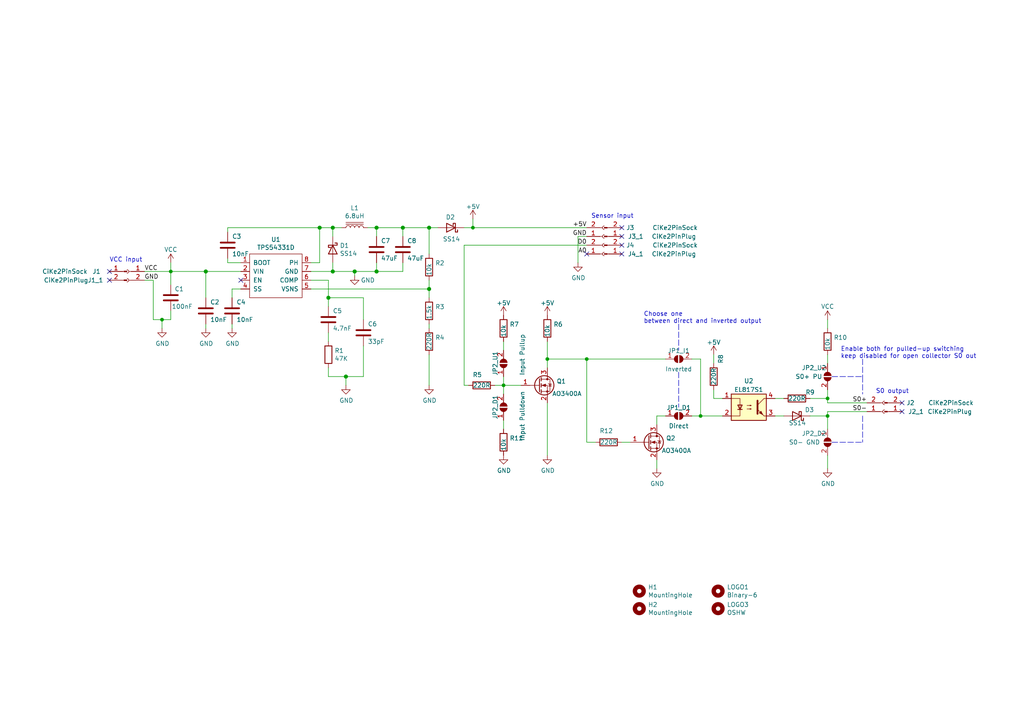
<source format=kicad_sch>
(kicad_sch (version 20210406) (generator eeschema)
  (paper "A4")
  (title_block (title "LasS0") (date "2021-06-03") (rev "v0.1"))
  (lib_symbols
    (symbol "Connector:Conn_01x02_Female" (pin_names (offset 1.016) hide)
      (property "Reference" "J" (at 0 2.54 0))
      (property "Value" "Conn_01x02_Female" (at 0 -5.08 0))
      (symbol "Conn_01x02_Female_1_1"
        (arc (start 0 -2.032) (end 0 -3.048) (radius (at 0 -2.54) (length 0.508) (angles 90.1 -90.1)) (stroke (width 0.1524)))
        (arc (start 0 0.508) (end 0 -0.508) (radius (at 0 0) (length 0.508) (angles 90.1 -90.1)) (stroke (width 0.1524)))
        (polyline (pts (xy -1.27 -2.54) (xy -0.508 -2.54)) (stroke (width 0.1524)))
        (polyline (pts (xy -1.27 0) (xy -0.508 0)) (stroke (width 0.1524)))
        (pin passive line (at -5.08 0 0) (length 3.81) (name "Pin_1") (number "1"))
        (pin passive line (at -5.08 -2.54 0) (length 3.81) (name "Pin_2") (number "2"))
      )
    )
    (symbol "Connector:Conn_01x02_Male" (pin_names (offset 1.016) hide)
      (property "Reference" "J" (at 0 2.54 0))
      (property "Value" "Conn_01x02_Male" (at 0 -5.08 0))
      (symbol "Conn_01x02_Male_1_1"
        (rectangle (start 0.8636 -2.413) (end 0 -2.667) (stroke (width 0.1524)) (fill (type outline)))
        (rectangle (start 0.8636 0.127) (end 0 -0.127) (stroke (width 0.1524)) (fill (type outline)))
        (polyline (pts (xy 1.27 -2.54) (xy 0.8636 -2.54)) (stroke (width 0.1524)))
        (polyline (pts (xy 1.27 0) (xy 0.8636 0)) (stroke (width 0.1524)))
        (pin passive line (at 5.08 0 180) (length 3.81) (name "Pin_1") (number "1"))
        (pin passive line (at 5.08 -2.54 180) (length 3.81) (name "Pin_2") (number "2"))
      )
    )
    (symbol "Device:C" (pin_numbers hide) (pin_names (offset 0.254))
      (property "Reference" "C" (at 0.635 2.54 0))
      (property "Value" "C" (at 0.635 -2.54 0))
      (symbol "C_0_1"
        (polyline (pts (xy -2.032 -0.762) (xy 2.032 -0.762)) (stroke (width 0.508)))
        (polyline (pts (xy -2.032 0.762) (xy 2.032 0.762)) (stroke (width 0.508)))
      )
      (symbol "C_1_1"
        (pin passive line (at 0 3.81 270) (length 2.794) (name "~") (number "1"))
        (pin passive line (at 0 -3.81 90) (length 2.794) (name "~") (number "2"))
      )
    )
    (symbol "Device:L_Iron" (pin_numbers hide) (pin_names (offset 1.016) hide)
      (property "Reference" "L" (at -1.27 0 90))
      (property "Value" "L_Iron" (at 2.794 0 90))
      (symbol "L_Iron_0_1"
        (arc (start 0 -2.54) (end 0 -1.27) (radius (at 0 -1.905) (length 0.635) (angles -89.9 89.9)))
        (arc (start 0 -1.27) (end 0 0) (radius (at 0 -0.635) (length 0.635) (angles -89.9 89.9)))
        (arc (start 0 0) (end 0 1.27) (radius (at 0 0.635) (length 0.635) (angles -89.9 89.9)))
        (arc (start 0 1.27) (end 0 2.54) (radius (at 0 1.905) (length 0.635) (angles -89.9 89.9)))
        (polyline (pts (xy 1.016 2.54) (xy 1.016 -2.54)))
        (polyline (pts (xy 1.524 -2.54) (xy 1.524 2.54)))
      )
      (symbol "L_Iron_1_1"
        (pin passive line (at 0 3.81 270) (length 1.27) (name "1") (number "1"))
        (pin passive line (at 0 -3.81 90) (length 1.27) (name "2") (number "2"))
      )
    )
    (symbol "Device:R" (pin_numbers hide) (pin_names (offset 0))
      (property "Reference" "R" (at 2.032 0 90))
      (property "Value" "R" (at 0 0 90))
      (symbol "R_0_1"
        (rectangle (start -1.016 -2.54) (end 1.016 2.54) (stroke (width 0.254)))
      )
      (symbol "R_1_1"
        (pin passive line (at 0 3.81 270) (length 1.27) (name "~") (number "1"))
        (pin passive line (at 0 -3.81 90) (length 1.27) (name "~") (number "2"))
      )
    )
    (symbol "Isolator:LTV-817S" (pin_names (offset 1.016))
      (property "Reference" "U" (at -3.81 5.08 0))
      (property "Value" "LTV-817S" (at 0 -5.08 0))
      (symbol "LTV-817S_1_1"
        (rectangle (start -5.08 3.81) (end 5.08 -3.81) (stroke (width 0.254)) (fill (type background)))
        (polyline (pts (xy -3.175 -0.635) (xy -1.905 -0.635)) (stroke (width 0.254)))
        (polyline (pts (xy 2.54 0.635) (xy 4.445 2.54)))
        (polyline (pts (xy 4.445 -2.54) (xy 5.08 -2.54)))
        (polyline (pts (xy 4.445 2.54) (xy 5.08 2.54)))
        (polyline (pts (xy -5.08 2.54) (xy -2.54 2.54) (xy -2.54 -0.762)))
        (polyline (pts (xy -2.54 -0.635) (xy -2.54 -2.54) (xy -5.08 -2.54)))
        (polyline (pts (xy 2.54 1.905) (xy 2.54 -1.905) (xy 2.54 -1.905)) (stroke (width 0.508)))
        (polyline (pts (xy -2.54 -0.635) (xy -3.175 0.635) (xy -1.905 0.635) (xy -2.54 -0.635)) (stroke (width 0.254)))
        (polyline (pts (xy -0.508 -0.508) (xy 0.762 -0.508) (xy 0.381 -0.635) (xy 0.381 -0.381) (xy 0.762 -0.508)))
        (polyline (pts (xy -0.508 0.508) (xy 0.762 0.508) (xy 0.381 0.381) (xy 0.381 0.635) (xy 0.762 0.508)))
        (polyline (pts (xy 4.445 -2.54) (xy 2.54 -0.635)) (fill (type outline)))
        (polyline (pts (xy 3.048 -1.651) (xy 3.556 -1.143) (xy 4.064 -2.159) (xy 3.048 -1.651) (xy 3.048 -1.651)) (fill (type outline)))
        (pin passive line (at -7.62 2.54 0) (length 2.54) (name "~") (number "1"))
        (pin passive line (at -7.62 -2.54 0) (length 2.54) (name "~") (number "2"))
        (pin passive line (at 7.62 -2.54 180) (length 2.54) (name "~") (number "3"))
        (pin passive line (at 7.62 2.54 180) (length 2.54) (name "~") (number "4"))
      )
    )
    (symbol "Jumper:SolderJumper_2_Open" (pin_names (offset 0) hide)
      (property "Reference" "JP" (at 0 2.032 0))
      (property "Value" "SolderJumper_2_Open" (at 0 -2.54 0))
      (symbol "SolderJumper_2_Open_0_1"
        (arc (start -0.254 1.016) (end -0.254 -1.016) (radius (at -0.254 0) (length 1.016) (angles 90.1 -90.1)))
        (arc (start 0.254 -1.016) (end 0.254 1.016) (radius (at 0.254 0) (length 1.016) (angles -89.9 89.9)))
        (arc (start -0.254 1.016) (end -0.254 -1.016) (radius (at -0.254 0) (length 1.016) (angles 90.1 -90.1)) (fill (type outline)))
        (arc (start 0.254 -1.016) (end 0.254 1.016) (radius (at 0.254 0) (length 1.016) (angles -89.9 89.9)) (fill (type outline)))
        (polyline (pts (xy -0.254 1.016) (xy -0.254 -1.016)))
        (polyline (pts (xy 0.254 1.016) (xy 0.254 -1.016)))
      )
      (symbol "SolderJumper_2_Open_1_1"
        (pin passive line (at -3.81 0 0) (length 2.54) (name "A") (number "1"))
        (pin passive line (at 3.81 0 180) (length 2.54) (name "B") (number "2"))
      )
    )
    (symbol "Mechanical:MountingHole" (pin_names (offset 1.016))
      (property "Reference" "H" (at 0 5.08 0))
      (property "Value" "MountingHole" (at 0 3.175 0))
      (symbol "MountingHole_0_1"
        (circle (center 0 0) (radius 1.27) (stroke (width 1.27)))
      )
    )
    (symbol "MeineBibli:SS14" (pin_numbers hide) (pin_names (offset 1.016) hide)
      (property "Reference" "D" (at 0 2.54 0))
      (property "Value" "SS14" (at 0 -2.54 0))
      (symbol "SS14_0_1"
        (polyline (pts (xy 1.27 0) (xy -1.27 0)))
        (polyline (pts (xy 1.27 1.27) (xy 1.27 -1.27) (xy -1.27 0) (xy 1.27 1.27)) (stroke (width 0.254)))
        (polyline (pts (xy -1.905 0.635) (xy -1.905 1.27) (xy -1.27 1.27) (xy -1.27 -1.27) (xy -0.635 -1.27) (xy -0.635 -0.635)) (stroke (width 0.254)))
      )
      (symbol "SS14_1_1"
        (pin passive line (at -3.81 0 0) (length 2.54) (name "K") (number "1"))
        (pin passive line (at 3.81 0 180) (length 2.54) (name "A") (number "2"))
      )
    )
    (symbol "MeineBibli:TPS54331D" (pin_names (offset 1.016))
      (property "Reference" "U" (at 0 10.16 0))
      (property "Value" "TPS54331D" (at 0 7.62 0))
      (property "LCSC" "C9865" (at 0 0 0))
      (symbol "TPS54331D_0_0"
        (pin input line (at -10.16 3.81 0) (length 2.54) (name "BOOT") (number "1"))
        (pin passive line (at -10.16 1.27 0) (length 2.54) (name "VIN") (number "2"))
        (pin input line (at -10.16 -1.27 0) (length 2.54) (name "EN") (number "3"))
        (pin input line (at -10.16 -3.81 0) (length 2.54) (name "SS") (number "4"))
        (pin input line (at 10.16 -3.81 180) (length 2.54) (name "VSNS") (number "5"))
        (pin input line (at 10.16 -1.27 180) (length 2.54) (name "COMP") (number "6"))
        (pin passive line (at 10.16 1.27 180) (length 2.54) (name "GND") (number "7"))
        (pin output line (at 10.16 3.81 180) (length 2.54) (name "PH") (number "8"))
      )
      (symbol "TPS54331D_0_1"
        (rectangle (start -7.62 6.35) (end 7.62 -6.35))
      )
    )
    (symbol "Transistor_FET:AO3400A" (pin_names hide)
      (property "Reference" "Q" (at 5.08 1.905 0))
      (property "Value" "AO3400A" (at 5.08 0 0))
      (symbol "AO3400A_0_1"
        (circle (center 1.651 0) (radius 2.794) (stroke (width 0.254)))
        (circle (center 2.54 -1.778) (radius 0.254) (fill (type outline)))
        (circle (center 2.54 1.778) (radius 0.254) (fill (type outline)))
        (polyline (pts (xy 0.254 0) (xy -2.54 0)))
        (polyline (pts (xy 0.254 1.905) (xy 0.254 -1.905)) (stroke (width 0.254)))
        (polyline (pts (xy 0.762 -1.27) (xy 0.762 -2.286)) (stroke (width 0.254)))
        (polyline (pts (xy 0.762 0.508) (xy 0.762 -0.508)) (stroke (width 0.254)))
        (polyline (pts (xy 0.762 2.286) (xy 0.762 1.27)) (stroke (width 0.254)))
        (polyline (pts (xy 2.54 2.54) (xy 2.54 1.778)))
        (polyline (pts (xy 2.54 -2.54) (xy 2.54 0) (xy 0.762 0)))
        (polyline (pts (xy 0.762 -1.778) (xy 3.302 -1.778) (xy 3.302 1.778) (xy 0.762 1.778)))
        (polyline (pts (xy 2.794 0.508) (xy 2.921 0.381) (xy 3.683 0.381) (xy 3.81 0.254)))
        (polyline (pts (xy 3.302 0.381) (xy 2.921 -0.254) (xy 3.683 -0.254) (xy 3.302 0.381)))
        (polyline (pts (xy 1.016 0) (xy 2.032 0.381) (xy 2.032 -0.381) (xy 1.016 0)) (fill (type outline)))
      )
      (symbol "AO3400A_1_1"
        (pin input line (at -5.08 0 0) (length 2.54) (name "G") (number "1"))
        (pin passive line (at 2.54 -5.08 90) (length 2.54) (name "S") (number "2"))
        (pin passive line (at 2.54 5.08 270) (length 2.54) (name "D") (number "3"))
      )
    )
    (symbol "power:+5V" (power) (pin_names (offset 0))
      (property "Value" "+5V" (at 0 3.556 0))
      (symbol "+5V_0_1"
        (polyline (pts (xy -0.762 1.27) (xy 0 2.54)))
        (polyline (pts (xy 0 0) (xy 0 2.54)))
        (polyline (pts (xy 0 2.54) (xy 0.762 1.27)))
      )
      (symbol "+5V_1_1"
        (pin power_in line (at 0 0 90) (length 0) hide (name "+5V") (number "1"))
      )
    )
    (symbol "power:GND" (power) (pin_names (offset 0))
      (property "Value" "GND" (at 0 -3.81 0))
      (symbol "GND_0_1"
        (polyline (pts (xy 0 0) (xy 0 -1.27) (xy 1.27 -1.27) (xy 0 -2.54) (xy -1.27 -1.27) (xy 0 -1.27)))
      )
      (symbol "GND_1_1"
        (pin power_in line (at 0 0 270) (length 0) hide (name "GND") (number "1"))
      )
    )
    (symbol "power:VCC" (power) (pin_names (offset 0))
      (property "Value" "VCC" (at 0 3.81 0))
      (symbol "VCC_0_1"
        (polyline (pts (xy -0.762 1.27) (xy 0 2.54)))
        (polyline (pts (xy 0 0) (xy 0 2.54)))
        (polyline (pts (xy 0 2.54) (xy 0.762 1.27)))
      )
      (symbol "VCC_1_1"
        (pin power_in line (at 0 0 90) (length 0) hide (name "VCC") (number "1"))
      )
    )
  )
  (junction (at 46.99 92.71) (diameter 0.9144))
  (junction (at 49.53 78.74) (diameter 0.9144))
  (junction (at 59.69 78.74) (diameter 1.016))
  (junction (at 92.71 66.04) (diameter 1.016))
  (junction (at 95.25 86.36) (diameter 1.016))
  (junction (at 96.52 66.04) (diameter 1.016))
  (junction (at 96.52 78.74) (diameter 1.016))
  (junction (at 100.33 109.22) (diameter 1.016))
  (junction (at 102.87 78.74) (diameter 1.016))
  (junction (at 109.22 66.04) (diameter 1.016))
  (junction (at 109.22 78.74) (diameter 1.016))
  (junction (at 116.84 66.04) (diameter 1.016))
  (junction (at 124.46 66.04) (diameter 1.016))
  (junction (at 124.46 83.82) (diameter 1.016))
  (junction (at 137.16 66.04) (diameter 0.9144))
  (junction (at 146.05 111.76) (diameter 0.9144))
  (junction (at 158.75 104.14) (diameter 0.9144))
  (junction (at 170.18 104.14) (diameter 0.9144))
  (junction (at 203.2 120.65) (diameter 0.9144))
  (junction (at 240.03 115.57) (diameter 0.9144))
  (junction (at 240.03 120.65) (diameter 0.9144))
  (no_connect (at 31.75 78.74))
  (no_connect (at 31.75 81.28))
  (no_connect (at 69.85 81.28))
  (no_connect (at 170.18 73.66))
  (no_connect (at 180.34 66.04))
  (no_connect (at 180.34 68.58))
  (no_connect (at 180.34 71.12))
  (no_connect (at 180.34 73.66))
  (no_connect (at 261.62 116.84))
  (no_connect (at 261.62 119.38))
  (wire (pts (xy 41.91 78.74) (xy 49.53 78.74)))
  (wire (pts (xy 41.91 81.28) (xy 44.45 81.28)))
  (wire (pts (xy 44.45 81.28) (xy 44.45 92.71)))
  (wire (pts (xy 46.99 92.71) (xy 44.45 92.71)))
  (wire (pts (xy 46.99 92.71) (xy 49.53 92.71)))
  (wire (pts (xy 46.99 95.25) (xy 46.99 92.71)))
  (wire (pts (xy 49.53 76.2) (xy 49.53 78.74)))
  (wire (pts (xy 49.53 78.74) (xy 49.53 82.55)))
  (wire (pts (xy 49.53 78.74) (xy 59.69 78.74)))
  (wire (pts (xy 49.53 90.17) (xy 49.53 92.71)))
  (wire (pts (xy 59.69 78.74) (xy 59.69 86.36)))
  (wire (pts (xy 59.69 93.98) (xy 59.69 95.25)))
  (wire (pts (xy 66.04 66.04) (xy 66.04 67.31)))
  (wire (pts (xy 66.04 66.04) (xy 92.71 66.04)))
  (wire (pts (xy 66.04 76.2) (xy 66.04 74.93)))
  (wire (pts (xy 67.31 83.82) (xy 67.31 86.36)))
  (wire (pts (xy 67.31 93.98) (xy 67.31 95.25)))
  (wire (pts (xy 69.85 76.2) (xy 66.04 76.2)))
  (wire (pts (xy 69.85 78.74) (xy 59.69 78.74)))
  (wire (pts (xy 69.85 83.82) (xy 67.31 83.82)))
  (wire (pts (xy 90.17 76.2) (xy 92.71 76.2)))
  (wire (pts (xy 90.17 78.74) (xy 96.52 78.74)))
  (wire (pts (xy 90.17 81.28) (xy 95.25 81.28)))
  (wire (pts (xy 90.17 83.82) (xy 124.46 83.82)))
  (wire (pts (xy 92.71 66.04) (xy 92.71 76.2)))
  (wire (pts (xy 95.25 81.28) (xy 95.25 86.36)))
  (wire (pts (xy 95.25 86.36) (xy 95.25 88.9)))
  (wire (pts (xy 95.25 86.36) (xy 105.41 86.36)))
  (wire (pts (xy 95.25 96.52) (xy 95.25 99.06)))
  (wire (pts (xy 95.25 106.68) (xy 95.25 109.22)))
  (wire (pts (xy 95.25 109.22) (xy 100.33 109.22)))
  (wire (pts (xy 96.52 66.04) (xy 92.71 66.04)))
  (wire (pts (xy 96.52 66.04) (xy 96.52 68.58)))
  (wire (pts (xy 96.52 66.04) (xy 99.06 66.04)))
  (wire (pts (xy 96.52 78.74) (xy 96.52 76.2)))
  (wire (pts (xy 96.52 78.74) (xy 102.87 78.74)))
  (wire (pts (xy 100.33 109.22) (xy 105.41 109.22)))
  (wire (pts (xy 100.33 111.76) (xy 100.33 109.22)))
  (wire (pts (xy 102.87 78.74) (xy 109.22 78.74)))
  (wire (pts (xy 102.87 80.01) (xy 102.87 78.74)))
  (wire (pts (xy 105.41 86.36) (xy 105.41 92.71)))
  (wire (pts (xy 105.41 109.22) (xy 105.41 100.33)))
  (wire (pts (xy 106.68 66.04) (xy 109.22 66.04)))
  (wire (pts (xy 109.22 66.04) (xy 109.22 68.58)))
  (wire (pts (xy 109.22 66.04) (xy 116.84 66.04)))
  (wire (pts (xy 109.22 78.74) (xy 109.22 76.2)))
  (wire (pts (xy 116.84 66.04) (xy 116.84 68.58)))
  (wire (pts (xy 116.84 66.04) (xy 124.46 66.04)))
  (wire (pts (xy 116.84 76.2) (xy 116.84 78.74)))
  (wire (pts (xy 116.84 78.74) (xy 109.22 78.74)))
  (wire (pts (xy 124.46 66.04) (xy 127 66.04)))
  (wire (pts (xy 124.46 73.66) (xy 124.46 66.04)))
  (wire (pts (xy 124.46 83.82) (xy 124.46 81.28)))
  (wire (pts (xy 124.46 86.36) (xy 124.46 83.82)))
  (wire (pts (xy 124.46 93.98) (xy 124.46 95.25)))
  (wire (pts (xy 124.46 102.87) (xy 124.46 111.76)))
  (wire (pts (xy 134.62 66.04) (xy 137.16 66.04)))
  (wire (pts (xy 134.62 71.12) (xy 134.62 111.76)))
  (wire (pts (xy 134.62 71.12) (xy 170.18 71.12)))
  (wire (pts (xy 134.62 111.76) (xy 135.89 111.76)))
  (wire (pts (xy 137.16 63.5) (xy 137.16 66.04)))
  (wire (pts (xy 137.16 66.04) (xy 170.18 66.04)))
  (wire (pts (xy 143.51 111.76) (xy 146.05 111.76)))
  (wire (pts (xy 146.05 99.06) (xy 146.05 101.6)))
  (wire (pts (xy 146.05 109.22) (xy 146.05 111.76)))
  (wire (pts (xy 146.05 111.76) (xy 146.05 114.3)))
  (wire (pts (xy 146.05 111.76) (xy 151.13 111.76)))
  (wire (pts (xy 146.05 121.92) (xy 146.05 124.46)))
  (wire (pts (xy 158.75 99.06) (xy 158.75 104.14)))
  (wire (pts (xy 158.75 104.14) (xy 158.75 106.68)))
  (wire (pts (xy 158.75 104.14) (xy 170.18 104.14)))
  (wire (pts (xy 158.75 116.84) (xy 158.75 132.08)))
  (wire (pts (xy 167.64 68.58) (xy 167.64 76.2)))
  (wire (pts (xy 170.18 68.58) (xy 167.64 68.58)))
  (wire (pts (xy 170.18 104.14) (xy 170.18 128.27)))
  (wire (pts (xy 170.18 104.14) (xy 193.04 104.14)))
  (wire (pts (xy 170.18 128.27) (xy 172.72 128.27)))
  (wire (pts (xy 180.34 128.27) (xy 182.88 128.27)))
  (wire (pts (xy 190.5 120.65) (xy 193.04 120.65)))
  (wire (pts (xy 190.5 123.19) (xy 190.5 120.65)))
  (wire (pts (xy 190.5 133.35) (xy 190.5 135.89)))
  (wire (pts (xy 200.66 104.14) (xy 203.2 104.14)))
  (wire (pts (xy 200.66 120.65) (xy 203.2 120.65)))
  (wire (pts (xy 203.2 104.14) (xy 203.2 120.65)))
  (wire (pts (xy 203.2 120.65) (xy 209.55 120.65)))
  (wire (pts (xy 207.01 102.87) (xy 207.01 105.41)))
  (wire (pts (xy 207.01 113.03) (xy 207.01 115.57)))
  (wire (pts (xy 207.01 115.57) (xy 209.55 115.57)))
  (wire (pts (xy 224.79 115.57) (xy 227.33 115.57)))
  (wire (pts (xy 224.79 120.65) (xy 227.33 120.65)))
  (wire (pts (xy 234.95 115.57) (xy 240.03 115.57)))
  (wire (pts (xy 240.03 92.71) (xy 240.03 95.25)))
  (wire (pts (xy 240.03 102.87) (xy 240.03 105.41)))
  (wire (pts (xy 240.03 113.03) (xy 240.03 115.57)))
  (wire (pts (xy 240.03 115.57) (xy 240.03 116.84)))
  (wire (pts (xy 240.03 116.84) (xy 251.46 116.84)))
  (wire (pts (xy 240.03 119.38) (xy 240.03 120.65)))
  (wire (pts (xy 240.03 120.65) (xy 234.95 120.65)))
  (wire (pts (xy 240.03 120.65) (xy 240.03 124.46)))
  (wire (pts (xy 240.03 132.08) (xy 240.03 135.89)))
  (wire (pts (xy 251.46 119.38) (xy 240.03 119.38)))
  (polyline (pts (xy 196.85 93.98) (xy 196.85 101.6)) (stroke (width 0) (type dash)))
  (polyline (pts (xy 196.85 107.95) (xy 196.85 118.11)) (stroke (width 0) (type dash)))
  (polyline (pts (xy 241.3 109.22) (xy 250.19 109.22)) (stroke (width 0) (type dash)))
  (polyline (pts (xy 241.3 128.27) (xy 250.19 128.27)) (stroke (width 0) (type dash)))
  (polyline (pts (xy 250.19 104.14) (xy 250.19 109.22)) (stroke (width 0) (type dash)))
  (polyline (pts (xy 250.19 109.22) (xy 250.19 114.3)) (stroke (width 0) (type dash)))
  (polyline (pts (xy 250.19 120.65) (xy 250.19 128.27)) (stroke (width 0) (type dash)))
  (text "VCC input" (at 31.75 76.2 0) (effects (font (size 1.27 1.27)) (justify left bottom)))
  (text "Sensor input" (at 171.45 63.5 0) (effects (font (size 1.27 1.27)) (justify left bottom)))
  (text "Choose one\nbetween direct and inverted output" (at 186.69 93.98 0) (effects (font (size 1.27 1.27)) (justify left bottom)))
  (text "Enable both for pulled-up switching\nkeep disabled for open collector S0 out" (at 243.84 104.14 0) (effects (font (size 1.27 1.27)) (justify left bottom)))
  (text "S0 output" (at 254 114.3 0) (effects (font (size 1.27 1.27)) (justify left bottom)))
  (label "VCC" (at 41.91 78.74 0))
  (label "GND" (at 41.91 81.28 0))
  (label "+5V" (at 170.18 66.04 180))
  (label "GND" (at 170.18 68.58 180))
  (label "D0" (at 170.18 71.12 180))
  (label "A0" (at 170.18 73.66 180))
  (label "S0+" (at 251.46 116.84 180))
  (label "S0-" (at 251.46 119.38 180))
  (symbol (lib_id "power:VCC") (at 49.53 76.2 0) (unit 1)
    (property "Reference" "#PWR02" (effects hide))
    (property "Value" "VCC" (at 49.53 72.39 0))
  )
  (symbol (lib_id "power:+5V") (at 137.16 63.5 0) (unit 1)
    (property "Reference" "#PWR08" (effects hide))
    (property "Value" "+5V" (at 137.16 59.944 0))
  )
  (symbol (lib_id "power:+5V") (at 146.05 91.44 0) (unit 1)
    (property "Reference" "#PWR016" (effects hide))
    (property "Value" "+5V" (at 146.05 87.884 0))
  )
  (symbol (lib_id "power:+5V") (at 158.75 91.44 0) (unit 1)
    (property "Reference" "#PWR09" (effects hide))
    (property "Value" "+5V" (at 158.75 87.884 0))
  )
  (symbol (lib_id "power:+5V") (at 207.01 102.87 0) (unit 1)
    (property "Reference" "#PWR011" (effects hide))
    (property "Value" "+5V" (at 207.01 99.314 0))
  )
  (symbol (lib_id "power:VCC") (at 240.03 92.71 0) (unit 1)
    (property "Reference" "#PWR013" (effects hide))
    (property "Value" "VCC" (at 240.03 88.9 0))
  )
  (symbol (lib_id "power:GND") (at 46.99 95.25 0) (unit 1)
    (property "Reference" "#PWR01" (effects hide))
    (property "Value" "GND" (at 47.117 99.6442 0))
  )
  (symbol (lib_id "power:GND") (at 59.69 95.25 0) (unit 1)
    (property "Reference" "#PWR03" (effects hide))
    (property "Value" "GND" (at 59.817 99.6442 0))
  )
  (symbol (lib_id "power:GND") (at 67.31 95.25 0) (unit 1)
    (property "Reference" "#PWR04" (effects hide))
    (property "Value" "GND" (at 67.437 99.6442 0))
  )
  (symbol (lib_id "power:GND") (at 100.33 111.76 0) (unit 1)
    (property "Reference" "#PWR05" (effects hide))
    (property "Value" "GND" (at 100.457 116.1542 0))
  )
  (symbol (lib_id "power:GND") (at 102.87 80.01 0) (unit 1)
    (property "Reference" "#PWR06" (effects hide))
    (property "Value" "GND" (at 106.68 81.28 0))
  )
  (symbol (lib_id "power:GND") (at 124.46 111.76 0) (unit 1)
    (property "Reference" "#PWR07" (effects hide))
    (property "Value" "GND" (at 124.587 116.1542 0))
  )
  (symbol (lib_id "power:GND") (at 146.05 132.08 0) (unit 1)
    (property "Reference" "#PWR017" (effects hide))
    (property "Value" "GND" (at 146.177 136.4742 0))
  )
  (symbol (lib_id "power:GND") (at 158.75 132.08 0) (unit 1)
    (property "Reference" "#PWR010" (effects hide))
    (property "Value" "GND" (at 158.877 136.4742 0))
  )
  (symbol (lib_id "power:GND") (at 167.64 76.2 0) (unit 1)
    (property "Reference" "#PWR015" (effects hide))
    (property "Value" "GND" (at 167.767 80.5942 0))
  )
  (symbol (lib_id "power:GND") (at 190.5 135.89 0) (unit 1)
    (property "Reference" "#PWR012" (effects hide))
    (property "Value" "GND" (at 190.627 140.2842 0))
  )
  (symbol (lib_id "power:GND") (at 240.03 135.89 0) (unit 1)
    (property "Reference" "#PWR014" (effects hide))
    (property "Value" "GND" (at 240.157 140.2842 0))
  )
  (symbol (lib_id "Mechanical:MountingHole") (at 185.42 171.45 0) (unit 1) (in_bom no)
    (property "Reference" "H1" (at 187.9601 170.3006 0) (effects (justify left)))
    (property "Value" "MountingHole" (at 187.9601 172.5993 0) (effects (justify left)))
    (property "Footprint" "MeineBib:EigenesMountingHole_2.7mm_M2.5" (effects hide))
  )
  (symbol (lib_id "Mechanical:MountingHole") (at 185.42 176.53 0) (unit 1) (in_bom no)
    (property "Reference" "H2" (at 187.9601 175.3806 0) (effects (justify left)))
    (property "Value" "MountingHole" (at 187.9601 177.6793 0) (effects (justify left)))
    (property "Footprint" "MeineBib:EigenesMountingHole_2.7mm_M2.5" (effects hide))
  )
  (symbol (lib_id "Mechanical:MountingHole") (at 208.28 171.45 0) (unit 1) (in_bom no)
    (property "Reference" "LOGO1" (at 210.82 170.2816 0) (effects (justify left)))
    (property "Value" "Binary-6" (at 210.82 172.593 0) (effects (justify left)))
    (property "Footprint" "MeineBib:Binary_6_v0.1" (effects hide))
  )
  (symbol (lib_id "Mechanical:MountingHole") (at 208.28 176.53 0) (unit 1) (in_bom no)
    (property "Reference" "LOGO3" (at 210.82 175.362 0) (effects (justify left)))
    (property "Value" "OSHW" (at 210.82 177.673 0) (effects (justify left)))
    (property "Footprint" "Symbol:OSHW-Symbol_6.7x6mm_SilkScreen" (effects hide))
  )
  (symbol (lib_id "Device:L_Iron") (at 102.87 66.04 270) (mirror x) (unit 1)
    (property "Reference" "L1" (at 102.87 60.325 90))
    (property "Value" "6.8uH" (at 102.87 62.6364 90))
    (property "Footprint" "MeineBib:Sunltech_SLO0630H" (effects hide))
    (property "Datasheet" "https://datasheet.lcsc.com/szlcsc/1811091611_Sunltech-Tech-SLO0630H6R8MTT_C207841.pdf" (effects hide))
    (property "LCSC" "C207841" (effects hide))
  )
  (symbol (lib_id "Jumper:SolderJumper_2_Open") (at 146.05 105.41 270) (mirror x) (unit 1) (in_bom no)
    (property "Reference" "JP2_U1" (at 143.637 105.41 0))
    (property "Value" "Input Pullup" (at 151.486 102.87 0))
    (property "Footprint" "Jumper:SolderJumper-2_P1.3mm_Open_TrianglePad1.0x1.5mm" (effects hide))
  )
  (symbol (lib_id "Jumper:SolderJumper_2_Open") (at 146.05 118.11 270) (mirror x) (unit 1) (in_bom no)
    (property "Reference" "JP2_D1" (at 143.637 118.11 0))
    (property "Value" "Input Pulldown" (at 151.486 120.65 0))
    (property "Footprint" "Jumper:SolderJumper-2_P1.3mm_Open_TrianglePad1.0x1.5mm" (effects hide))
  )
  (symbol (lib_id "Jumper:SolderJumper_2_Open") (at 196.85 104.14 0) (mirror x) (unit 1) (in_bom no)
    (property "Reference" "JP1_I1" (at 196.85 101.727 0))
    (property "Value" "Inverted" (at 196.85 107.036 0))
    (property "Footprint" "Jumper:SolderJumper-2_P1.3mm_Open_TrianglePad1.0x1.5mm" (effects hide))
  )
  (symbol (lib_id "Jumper:SolderJumper_2_Open") (at 196.85 120.65 0) (mirror x) (unit 1) (in_bom no)
    (property "Reference" "JP1_D1" (at 196.85 118.237 0))
    (property "Value" "Direct" (at 196.85 123.546 0))
    (property "Footprint" "Jumper:SolderJumper-2_P1.3mm_Open_TrianglePad1.0x1.5mm" (effects hide))
  )
  (symbol (lib_id "Jumper:SolderJumper_2_Open") (at 240.03 109.22 90) (mirror x) (unit 1) (in_bom no)
    (property "Reference" "JP2_U2" (at 236.093 106.68 90))
    (property "Value" "S0+ PU" (at 234.594 109.22 90))
    (property "Footprint" "Jumper:SolderJumper-2_P1.3mm_Open_TrianglePad1.0x1.5mm" (effects hide))
  )
  (symbol (lib_id "Jumper:SolderJumper_2_Open") (at 240.03 128.27 90) (mirror x) (unit 1) (in_bom no)
    (property "Reference" "JP2_D2" (at 236.093 125.73 90))
    (property "Value" "S0- GND" (at 233.324 128.27 90))
    (property "Footprint" "Jumper:SolderJumper-2_P1.3mm_Open_TrianglePad1.0x1.5mm" (effects hide))
  )
  (symbol (lib_id "Connector:Conn_01x02_Male") (at 36.83 78.74 0) (mirror y) (unit 1) (on_board no)
    (property "Reference" "J1_1" (at 25.4 81.28 0) (effects (justify right)))
    (property "Value" "CiKe2PinPlug" (at 12.7 81.28 0) (effects (justify right)))
    (property "LCSC" "C71370" (effects hide))
  )
  (symbol (lib_id "Connector:Conn_01x02_Male") (at 175.26 68.58 0) (mirror x) (unit 1) (on_board no)
    (property "Reference" "J3_1" (at 186.69 68.58 0) (effects (justify right)))
    (property "Value" "CiKe2PinPlug" (at 201.93 68.58 0) (effects (justify right)))
    (property "LCSC" "C71370" (effects hide))
  )
  (symbol (lib_id "Connector:Conn_01x02_Male") (at 175.26 73.66 0) (mirror x) (unit 1) (on_board no)
    (property "Reference" "J4_1" (at 186.69 73.66 0) (effects (justify right)))
    (property "Value" "CiKe2PinPlug" (at 201.93 73.66 0) (effects (justify right)))
    (property "LCSC" "C71370" (effects hide))
  )
  (symbol (lib_id "Connector:Conn_01x02_Male") (at 256.54 119.38 0) (mirror x) (unit 1) (on_board no)
    (property "Reference" "J2_1" (at 267.97 119.38 0) (effects (justify right)))
    (property "Value" "CiKe2PinPlug" (at 281.94 119.38 0) (effects (justify right)))
    (property "LCSC" "C71370" (effects hide))
  )
  (symbol (lib_id "Device:R") (at 95.25 102.87 0) (unit 1)
    (property "Reference" "R1" (at 97.028 101.7016 0) (effects (justify left)))
    (property "Value" "47K" (at 97.028 104.013 0) (effects (justify left)))
    (property "Footprint" "Resistor_SMD:R_0603_1608Metric" (effects hide))
    (property "LCSC" "C25819" (effects hide))
  )
  (symbol (lib_id "Device:R") (at 124.46 77.47 0) (unit 1)
    (property "Reference" "R2" (at 126.238 76.3016 0) (effects (justify left)))
    (property "Value" "10k" (at 124.46 80.01 90) (effects (justify left)))
    (property "Footprint" "Resistor_SMD:R_0603_1608Metric" (effects hide))
    (property "LCSC" "C25804" (effects hide))
  )
  (symbol (lib_id "Device:R") (at 124.46 90.17 0) (unit 1)
    (property "Reference" "R3" (at 126.238 89.0016 0) (effects (justify left)))
    (property "Value" "1.5k" (at 124.46 92.71 90) (effects (justify left)))
    (property "Footprint" "Resistor_SMD:R_0603_1608Metric" (effects hide))
    (property "LCSC" "C22843" (effects hide))
  )
  (symbol (lib_id "Device:R") (at 124.46 99.06 0) (unit 1)
    (property "Reference" "R4" (at 126.238 97.8916 0) (effects (justify left)))
    (property "Value" "220R" (at 124.46 101.6 90) (effects (justify left)))
    (property "Footprint" "Resistor_SMD:R_0603_1608Metric" (effects hide))
    (property "LCSC" "C22962" (effects hide))
  )
  (symbol (lib_id "Device:R") (at 139.7 111.76 90) (unit 1)
    (property "Reference" "R5" (at 139.8016 108.712 90) (effects (justify left)))
    (property "Value" "220R" (at 142.24 111.76 90) (effects (justify left)))
    (property "Footprint" "Resistor_SMD:R_0603_1608Metric" (effects hide))
    (property "LCSC" "C22962" (effects hide))
  )
  (symbol (lib_id "Device:R") (at 146.05 95.25 0) (unit 1)
    (property "Reference" "R7" (at 147.828 94.0816 0) (effects (justify left)))
    (property "Value" "10k" (at 146.05 97.79 90) (effects (justify left)))
    (property "Footprint" "Resistor_SMD:R_0603_1608Metric" (effects hide))
    (property "LCSC" "C25804" (effects hide))
  )
  (symbol (lib_id "Device:R") (at 146.05 128.27 0) (unit 1)
    (property "Reference" "R11" (at 147.828 127.1016 0) (effects (justify left)))
    (property "Value" "10k" (at 146.05 130.81 90) (effects (justify left)))
    (property "Footprint" "Resistor_SMD:R_0603_1608Metric" (effects hide))
    (property "LCSC" "C25804" (effects hide))
  )
  (symbol (lib_id "Device:R") (at 158.75 95.25 0) (unit 1)
    (property "Reference" "R6" (at 160.528 94.0816 0) (effects (justify left)))
    (property "Value" "10k" (at 158.75 97.79 90) (effects (justify left)))
    (property "Footprint" "Resistor_SMD:R_0603_1608Metric" (effects hide))
    (property "LCSC" "C25804" (effects hide))
  )
  (symbol (lib_id "Device:R") (at 176.53 128.27 270) (unit 1)
    (property "Reference" "R12" (at 173.8884 124.968 90) (effects (justify left)))
    (property "Value" "220R" (at 173.99 128.27 90) (effects (justify left)))
    (property "Footprint" "Resistor_SMD:R_0603_1608Metric" (effects hide))
    (property "LCSC" "C22962" (effects hide))
  )
  (symbol (lib_id "Device:R") (at 207.01 109.22 180) (unit 1)
    (property "Reference" "R8" (at 209.042 102.7684 90) (effects (justify left)))
    (property "Value" "220R" (at 207.01 106.68 90) (effects (justify left)))
    (property "Footprint" "Resistor_SMD:R_0603_1608Metric" (effects hide))
    (property "LCSC" "C22962" (effects hide))
  )
  (symbol (lib_id "Device:R") (at 231.14 115.57 90) (unit 1)
    (property "Reference" "R9" (at 236.3216 113.792 90) (effects (justify left)))
    (property "Value" "220R" (at 233.68 115.57 90) (effects (justify left)))
    (property "Footprint" "Resistor_SMD:R_0603_1608Metric" (effects hide))
    (property "LCSC" "C22962" (effects hide))
  )
  (symbol (lib_id "Device:R") (at 240.03 99.06 0) (unit 1)
    (property "Reference" "R10" (at 241.808 97.8916 0) (effects (justify left)))
    (property "Value" "10k" (at 240.03 101.6 90) (effects (justify left)))
    (property "Footprint" "Resistor_SMD:R_0603_1608Metric" (effects hide))
    (property "LCSC" "C25804" (effects hide))
  )
  (symbol (lib_id "Connector:Conn_01x02_Female") (at 36.83 78.74 0) (mirror y) (unit 1)
    (property "Reference" "J1" (at 29.21 78.74 0) (effects (justify left)))
    (property "Value" "CiKe2PinSock" (at 25.4 78.74 0) (effects (justify left)))
    (property "Footprint" "MeineBib:Cixi_Kefa_Elec_KF2EDGR-5.08-2P" (effects hide))
    (property "LCSC" "C8383" (effects hide))
  )
  (symbol (lib_id "Connector:Conn_01x02_Female") (at 175.26 68.58 0) (mirror x) (unit 1)
    (property "Reference" "J3" (at 181.61 66.04 0) (effects (justify left)))
    (property "Value" "CiKe2PinSock" (at 189.23 66.04 0) (effects (justify left)))
    (property "Footprint" "MeineBib:Cixi_Kefa_Elec_KF2EDGR-5.08-2P" (effects hide))
    (property "LCSC" "C8383" (effects hide))
  )
  (symbol (lib_id "Connector:Conn_01x02_Female") (at 175.26 73.66 0) (mirror x) (unit 1)
    (property "Reference" "J4" (at 181.61 71.12 0) (effects (justify left)))
    (property "Value" "CiKe2PinSock" (at 189.23 71.12 0) (effects (justify left)))
    (property "Footprint" "MeineBib:Cixi_Kefa_Elec_KF2EDGR-5.08-2P" (effects hide))
    (property "LCSC" "C8383" (effects hide))
  )
  (symbol (lib_id "Connector:Conn_01x02_Female") (at 256.54 119.38 0) (mirror x) (unit 1)
    (property "Reference" "J2" (at 262.89 116.84 0) (effects (justify left)))
    (property "Value" "CiKe2PinSock" (at 269.24 116.84 0) (effects (justify left)))
    (property "Footprint" "MeineBib:Cixi_Kefa_Elec_KF2EDGR-5.08-2P" (effects hide))
    (property "LCSC" "C8383" (effects hide))
  )
  (symbol (lib_id "MeineBibli:SS14") (at 96.52 72.39 270) (unit 1)
    (property "Reference" "D1" (at 98.552 71.2216 90) (effects (justify left)))
    (property "Value" "SS14" (at 98.552 73.533 90) (effects (justify left)))
    (property "Footprint" "Diode_SMD:D_SMA" (effects hide))
    (property "Datasheet" "https://datasheet.lcsc.com/szlcsc/1903051003_MDD-Jiangsu-Yutai-Elec-SS14_C2480.pdf" (effects hide))
    (property "LCSC" "C2480" (effects hide))
  )
  (symbol (lib_id "MeineBibli:SS14") (at 130.81 66.04 180) (unit 1)
    (property "Reference" "D2" (at 131.9784 62.992 0) (effects (justify left)))
    (property "Value" "SS14" (at 133.477 69.342 0) (effects (justify left)))
    (property "Footprint" "Diode_SMD:D_SMA" (effects hide))
    (property "Datasheet" "https://datasheet.lcsc.com/szlcsc/1903051003_MDD-Jiangsu-Yutai-Elec-SS14_C2480.pdf" (effects hide))
    (property "LCSC" "C2480" (effects hide))
  )
  (symbol (lib_id "MeineBibli:SS14") (at 231.14 120.65 180) (unit 1)
    (property "Reference" "D3" (at 236.1184 118.872 0) (effects (justify left)))
    (property "Value" "SS14" (at 233.807 122.682 0) (effects (justify left)))
    (property "Footprint" "Diode_SMD:D_SMA" (effects hide))
    (property "Datasheet" "https://datasheet.lcsc.com/szlcsc/1903051003_MDD-Jiangsu-Yutai-Elec-SS14_C2480.pdf" (effects hide))
    (property "LCSC" "C2480" (effects hide))
  )
  (symbol (lib_id "Device:C") (at 49.53 86.36 180) (unit 1)
    (property "Reference" "C1" (at 53.34 83.82 0) (effects (justify left)))
    (property "Value" "100nF" (at 55.88 88.9 0) (effects (justify left)))
    (property "Footprint" "Capacitor_SMD:C_0603_1608Metric" (effects hide))
    (property "LCSC" "C14663" (effects hide))
  )
  (symbol (lib_id "Device:C") (at 59.69 90.17 0) (unit 1)
    (property "Reference" "C2" (at 60.96 87.63 0) (effects (justify left)))
    (property "Value" "10nF" (at 60.96 92.71 0) (effects (justify left)))
    (property "Footprint" "Capacitor_SMD:C_0603_1608Metric" (effects hide))
    (property "LCSC" "C57112" (effects hide))
  )
  (symbol (lib_id "Device:C") (at 66.04 71.12 0) (unit 1)
    (property "Reference" "C3" (at 67.31 68.58 0) (effects (justify left)))
    (property "Value" "10nF" (at 67.31 73.66 0) (effects (justify left)))
    (property "Footprint" "Capacitor_SMD:C_0603_1608Metric" (effects hide))
    (property "LCSC" "C57112" (effects hide))
  )
  (symbol (lib_id "Device:C") (at 67.31 90.17 0) (unit 1)
    (property "Reference" "C4" (at 68.58 87.63 0) (effects (justify left)))
    (property "Value" "10nF" (at 68.58 92.71 0) (effects (justify left)))
    (property "Footprint" "Capacitor_SMD:C_0603_1608Metric" (effects hide))
    (property "LCSC" "C57112" (effects hide))
  )
  (symbol (lib_id "Device:C") (at 95.25 92.71 0) (unit 1)
    (property "Reference" "C5" (at 96.52 90.17 0) (effects (justify left)))
    (property "Value" "4.7nF" (at 96.52 95.25 0) (effects (justify left)))
    (property "Footprint" "Capacitor_SMD:C_0603_1608Metric" (effects hide))
    (property "LCSC" "C53987" (effects hide))
  )
  (symbol (lib_id "Device:C") (at 105.41 96.52 0) (unit 1)
    (property "Reference" "C6" (at 106.68 93.98 0) (effects (justify left)))
    (property "Value" "33pF" (at 106.68 99.06 0) (effects (justify left)))
    (property "Footprint" "Capacitor_SMD:C_0603_1608Metric" (effects hide))
    (property "LCSC" "C1663" (effects hide))
  )
  (symbol (lib_id "Device:C") (at 109.22 72.39 0) (unit 1)
    (property "Reference" "C7" (at 110.49 69.85 0) (effects (justify left)))
    (property "Value" "47uF" (at 110.49 74.93 0) (effects (justify left)))
    (property "Footprint" "Capacitor_SMD:C_1206_3216Metric" (effects hide))
    (property "LCSC" "C96123" (effects hide))
  )
  (symbol (lib_id "Device:C") (at 116.84 72.39 0) (unit 1)
    (property "Reference" "C8" (at 118.11 69.85 0) (effects (justify left)))
    (property "Value" "47uF" (at 118.11 74.93 0) (effects (justify left)))
    (property "Footprint" "Capacitor_SMD:C_1206_3216Metric" (effects hide))
    (property "LCSC" "C96123" (effects hide))
  )
  (symbol (lib_id "Transistor_FET:AO3400A") (at 156.21 111.76 0) (unit 1)
    (property "Reference" "Q1" (at 161.417 110.592 0) (effects (justify left)))
    (property "Value" "AO3400A" (at 160.147 114.173 0) (effects (justify left)))
    (property "Footprint" "Package_TO_SOT_SMD:SOT-23" (effects hide))
    (property "Datasheet" "https://datasheet.lcsc.com/szlcsc/2006291109_VBsemi-Elec-AO3400_C693097.pdf" (effects hide))
    (property "LCSC" "C693097" (effects hide))
  )
  (symbol (lib_id "Transistor_FET:AO3400A") (at 187.96 128.27 0) (unit 1)
    (property "Reference" "Q2" (at 193.167 127.102 0) (effects (justify left)))
    (property "Value" "AO3400A" (at 191.897 130.683 0) (effects (justify left)))
    (property "Footprint" "Package_TO_SOT_SMD:SOT-23" (effects hide))
    (property "Datasheet" "https://datasheet.lcsc.com/szlcsc/2006291109_VBsemi-Elec-AO3400_C693097.pdf" (effects hide))
    (property "LCSC" "C693097" (effects hide))
  )
  (symbol (lib_id "Isolator:LTV-817S") (at 217.17 118.11 0) (unit 1)
    (property "Reference" "U2" (at 217.17 110.49 0))
    (property "Value" "EL817S1" (at 217.17 113.03 0))
    (property "Footprint" "Package_DIP:SMDIP-4_W9.53mm" (effects hide))
    (property "Datasheet" "https://datasheet.lcsc.com/szlcsc/Everlight-Elec-EL817S1-C-TU-F_C106900.pdf" (effects hide))
    (property "LCSC" "C106900" (effects hide))
  )
  (symbol (lib_id "MeineBibli:TPS54331D") (at 80.01 80.01 0) (unit 1)
    (property "Reference" "U1" (at 80.01 69.469 0))
    (property "Value" "TPS54331D" (at 80.01 71.7804 0))
    (property "Footprint" "Package_SO:SOIC-8_3.9x4.9mm_P1.27mm" (effects hide))
    (property "Datasheet" "https://www.ti.com/lit/ds/symlink/tps54331.pdf?ts=1610894439710" (effects hide))
    (property "LCSC" "C9865" (effects hide))
  )
)
</source>
